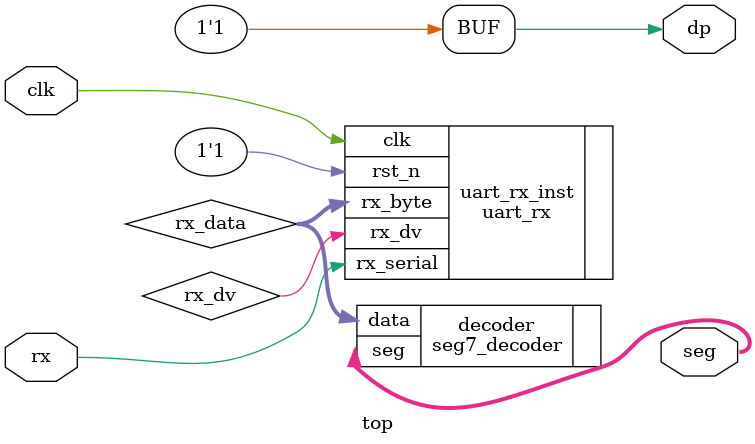
<source format=v>
module top (
    input clk,
    input rx,
    output [6:0] seg,
    output dp
);

wire [7:0] rx_data;
wire rx_dv;

uart_rx uart_rx_inst (
    .clk(clk),
    .rst_n(1'b1),
    .rx_serial(rx),
    .rx_byte(rx_data),
    .rx_dv(rx_dv)
);

seg7_decoder decoder (
    .data(rx_data),
    .seg(seg)
);

assign dp = 1'b1;

endmodule

</source>
